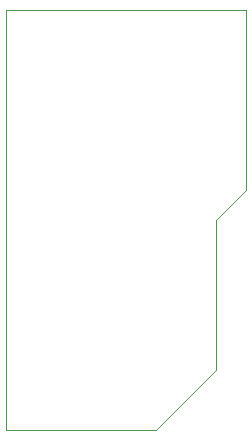
<source format=gbr>
%TF.GenerationSoftware,Altium Limited,Altium Designer,23.7.1 (13)*%
G04 Layer_Color=0*
%FSLAX45Y45*%
%MOMM*%
%TF.SameCoordinates,25FEA040-87FC-4766-ABD7-6AF3FFDF4EEB*%
%TF.FilePolarity,Positive*%
%TF.FileFunction,Profile,NP*%
%TF.Part,Single*%
G01*
G75*
%TA.AperFunction,Profile*%
%ADD25C,0.02540*%
D25*
X4826000Y3556000D02*
Y7112000D01*
X6858000D01*
Y5588000D01*
X6604000Y5334000D01*
Y4064000D01*
X6096000Y3556000D01*
X4826000D01*
%TF.MD5,61d4ccce84bf70bac5ac6bd7d4784e43*%
M02*

</source>
